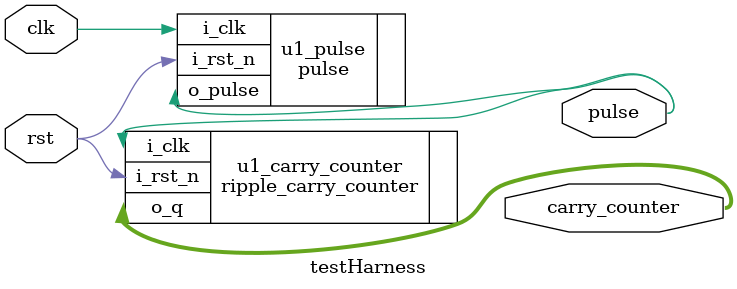
<source format=v>
module testHarness
(
    input clk,
    input rst,
    output  pulse,
    output [3:0] carry_counter

    );

pulse	u1_pulse(
  .i_clk(clk),
  .i_rst_n(rst),
  .o_pulse(pulse)
  );

ripple_carry_counter u1_carry_counter (
	.i_clk(pulse),
	.i_rst_n(rst),
	.o_q(carry_counter)
);

endmodule

</source>
